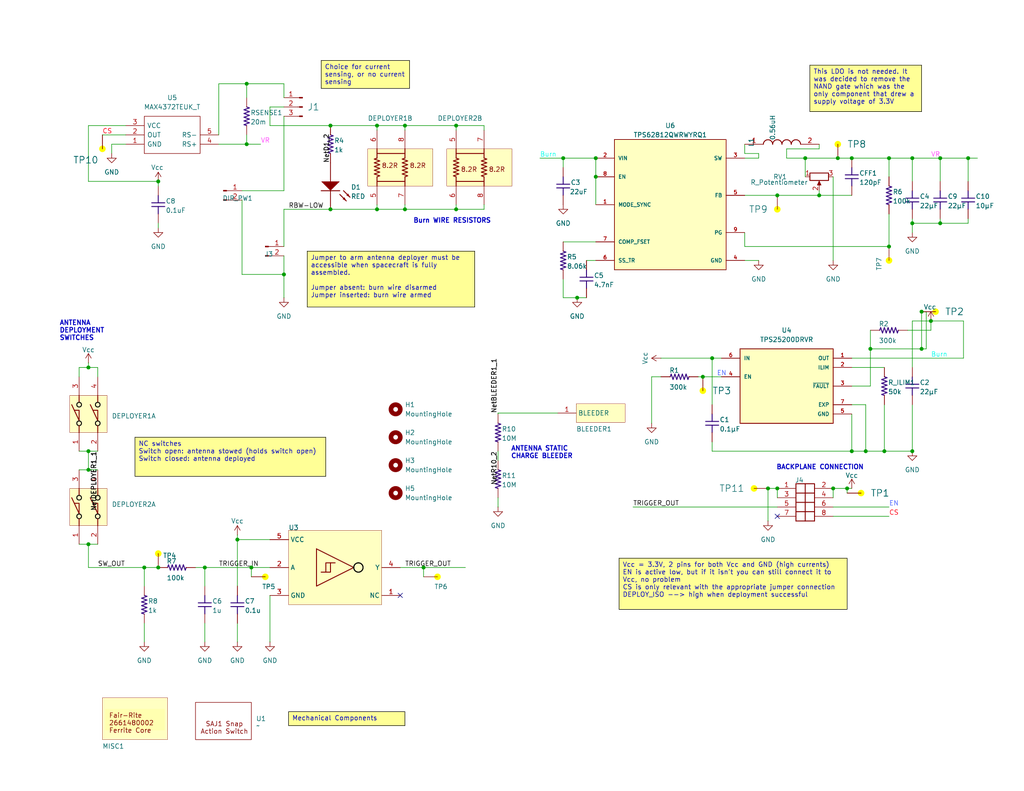
<source format=kicad_sch>
(kicad_sch (version 20231120) (generator "eeschema") (generator_version "8.0")
  (paper "USLetter")
  (title_block (title "Sanket") (date "2024-09-11") (rev "1.0") (company "Student Satellite Program") (comment 1 "Author : Tanish Raghute"))
  (junction (at 231.14 133.35))
  (junction (at 24.13 148.59))
  (junction (at 90.17 57.15))
  (junction (at 43.18 154.94))
  (junction (at 248.92 123.19))
  (junction (at 212.09 53.34))
  (junction (at 67.31 22.86))
  (junction (at 64.77 147.32))
  (junction (at 227.33 133.35))
  (junction (at 77.47 74.93))
  (junction (at 241.3 123.19))
  (junction (at 24.13 123.19))
  (junction (at 251.46 85.09))
  (junction (at 162.56 43.18))
  (junction (at 68.58 154.94))
  (junction (at 55.88 154.94))
  (junction (at 110.49 57.15))
  (junction (at 191.77 102.87))
  (junction (at 242.57 67.31))
  (junction (at 242.57 43.18))
  (junction (at 232.41 123.19))
  (junction (at 223.52 53.34))
  (junction (at 90.17 34.29))
  (junction (at 162.56 48.26))
  (junction (at 232.41 43.18))
  (junction (at 43.18 49.53))
  (junction (at 256.54 60.96))
  (junction (at 157.48 81.28))
  (junction (at 219.71 43.18))
  (junction (at 248.92 43.18))
  (junction (at 102.87 34.29))
  (junction (at 110.49 34.29))
  (junction (at 24.13 128.27))
  (junction (at 251.46 95.25))
  (junction (at 115.57 154.94))
  (junction (at 254 87.63))
  (junction (at 39.37 154.94))
  (junction (at 153.67 43.18))
  (junction (at 124.46 57.15))
  (junction (at 228.6 43.18))
  (junction (at 248.92 60.96))
  (junction (at 194.31 97.79))
  (junction (at 67.31 39.37))
  (junction (at 212.09 133.35))
  (junction (at 264.16 43.18))
  (junction (at 209.55 133.35))
  (junction (at 102.87 57.15))
  (junction (at 124.46 34.29))
  (junction (at 236.22 123.19))
  (junction (at 256.54 43.18))
  (junction (at 24.13 100.33))
  (junction (at 237.49 95.25))
  (no_connect (at 212.09 140.97))
  (no_connect (at 109.22 162.56))
  (wire (pts (xy 203.2 67.31) (xy 242.57 67.31)))
  (wire (pts (xy 24.13 99.06) (xy 24.13 100.33)))
  (wire (pts (xy 231.14 133.35) (xy 232.41 133.35)))
  (wire (pts (xy 236.22 123.19) (xy 241.3 123.19)))
  (wire (pts (xy 24.13 49.53) (xy 43.18 49.53)))
  (wire (pts (xy 64.77 160.02) (xy 64.77 147.32)))
  (wire (pts (xy 135.89 112.776) (xy 152.146 112.776)))
  (wire (pts (xy 77.47 31.75) (xy 77.47 52.07)))
  (wire (pts (xy 53.34 154.94) (xy 55.88 154.94)))
  (wire (pts (xy 24.13 123.19) (xy 26.67 123.19)))
  (wire (pts (xy 160.02 71.12) (xy 162.56 71.12)))
  (wire (pts (xy 77.47 74.93) (xy 77.47 81.28)))
  (wire (pts (xy 43.18 50.8) (xy 43.18 49.53)))
  (wire (pts (xy 248.92 87.63) (xy 254 87.63)))
  (wire (pts (xy 153.67 76.2) (xy 153.67 81.28)))
  (wire (pts (xy 73.66 29.21) (xy 77.47 29.21)))
  (wire (pts (xy 227.33 135.89) (xy 227.33 133.35)))
  (wire (pts (xy 73.66 34.29) (xy 73.66 29.21)))
  (wire (pts (xy 232.41 123.19) (xy 236.22 123.19)))
  (wire (pts (xy 21.59 148.59) (xy 24.13 148.59)))
  (wire (pts (xy 110.49 35.56) (xy 110.49 34.29)))
  (wire (pts (xy 21.59 100.33) (xy 24.13 100.33)))
  (wire (pts (xy 237.49 95.25) (xy 251.46 95.25)))
  (wire (pts (xy 247.65 90.17) (xy 254 90.17)))
  (wire (pts (xy 214.63 43.18) (xy 219.71 43.18)))
  (wire (pts (xy 219.71 43.18) (xy 219.71 48.26)))
  (wire (pts (xy 66.04 74.93) (xy 77.47 74.93)))
  (wire (pts (xy 59.69 39.37) (xy 67.31 39.37)))
  (wire (pts (xy 24.13 128.27) (xy 26.67 128.27)))
  (wire (pts (xy 232.41 100.33) (xy 241.3 100.33)))
  (wire (pts (xy 24.13 148.59) (xy 26.67 148.59)))
  (wire (pts (xy 212.09 133.35) (xy 212.09 135.89)))
  (wire (pts (xy 227.33 133.35) (xy 231.14 133.35)))
  (wire (pts (xy 248.92 87.63) (xy 248.92 100.33)))
  (wire (pts (xy 90.17 34.29) (xy 102.87 34.29)))
  (wire (pts (xy 110.49 34.29) (xy 124.46 34.29)))
  (wire (pts (xy 24.13 154.94) (xy 39.37 154.94)))
  (wire (pts (xy 21.59 123.19) (xy 24.13 123.19)))
  (wire (pts (xy 231.14 133.35) (xy 231.14 134.62)))
  (wire (pts (xy 248.92 43.18) (xy 256.54 43.18)))
  (wire (pts (xy 203.2 53.34) (xy 212.09 53.34)))
  (wire (pts (xy 77.47 57.15) (xy 77.47 67.31)))
  (wire (pts (xy 102.87 35.56) (xy 102.87 34.29)))
  (wire (pts (xy 153.67 43.18) (xy 162.56 43.18)))
  (wire (pts (xy 256.54 59.69) (xy 256.54 60.96)))
  (wire (pts (xy 264.16 59.69) (xy 264.16 60.96)))
  (wire (pts (xy 132.08 34.29) (xy 132.08 35.56)))
  (wire (pts (xy 115.57 157.48) (xy 115.57 154.94)))
  (wire (pts (xy 30.48 39.37) (xy 30.48 41.91)))
  (wire (pts (xy 135.89 113.03) (xy 135.89 112.776)))
  (wire (pts (xy 227.33 140.97) (xy 242.57 140.97)))
  (wire (pts (xy 203.2 63.5) (xy 203.2 67.31)))
  (wire (pts (xy 68.58 154.94) (xy 73.66 154.94)))
  (wire (pts (xy 147.32 43.18) (xy 153.67 43.18)))
  (wire (pts (xy 21.59 128.27) (xy 24.13 128.27)))
  (wire (pts (xy 102.87 34.29) (xy 110.49 34.29)))
  (wire (pts (xy 227.33 138.43) (xy 242.57 138.43)))
  (wire (pts (xy 64.77 147.32) (xy 73.66 147.32)))
  (wire (pts (xy 194.31 97.79) (xy 196.85 97.79)))
  (wire (pts (xy 264.16 43.18) (xy 264.16 49.53)))
  (wire (pts (xy 43.18 62.23) (xy 43.18 60.96)))
  (wire (pts (xy 194.31 120.65) (xy 194.31 123.19)))
  (wire (pts (xy 64.77 170.18) (xy 64.77 175.26)))
  (wire (pts (xy 24.13 123.19) (xy 24.13 128.27)))
  (wire (pts (xy 55.88 154.94) (xy 55.88 160.02)))
  (wire (pts (xy 241.3 110.49) (xy 241.3 123.19)))
  (wire (pts (xy 59.69 22.86) (xy 67.31 22.86)))
  (wire (pts (xy 191.77 102.87) (xy 196.85 102.87)))
  (wire (pts (xy 237.49 95.25) (xy 237.49 105.41)))
  (wire (pts (xy 153.67 66.04) (xy 162.56 66.04)))
  (wire (pts (xy 124.46 34.29) (xy 132.08 34.29)))
  (wire (pts (xy 68.58 157.48) (xy 68.58 154.94)))
  (wire (pts (xy 232.41 105.41) (xy 237.49 105.41)))
  (wire (pts (xy 26.67 100.33) (xy 26.67 102.87)))
  (wire (pts (xy 194.31 123.19) (xy 232.41 123.19)))
  (wire (pts (xy 219.71 43.18) (xy 228.6 43.18)))
  (wire (pts (xy 242.57 43.18) (xy 248.92 43.18)))
  (wire (pts (xy 59.69 22.86) (xy 59.69 36.83)))
  (wire (pts (xy 232.41 113.03) (xy 232.41 123.19)))
  (wire (pts (xy 67.31 39.37) (xy 71.12 39.37)))
  (wire (pts (xy 248.92 43.18) (xy 248.92 49.53)))
  (wire (pts (xy 153.67 43.18) (xy 153.67 45.72)))
  (wire (pts (xy 24.13 34.29) (xy 24.13 49.53)))
  (wire (pts (xy 102.87 55.88) (xy 102.87 57.15)))
  (wire (pts (xy 24.13 148.59) (xy 24.13 154.94)))
  (wire (pts (xy 73.66 34.29) (xy 90.17 34.29)))
  (wire (pts (xy 232.41 43.18) (xy 242.57 43.18)))
  (wire (pts (xy 67.31 22.86) (xy 77.47 22.86)))
  (wire (pts (xy 203.2 71.12) (xy 207.01 71.12)))
  (wire (pts (xy 227.33 48.26) (xy 227.33 71.12)))
  (wire (pts (xy 190.5 102.87) (xy 191.77 102.87)))
  (wire (pts (xy 207.01 43.18) (xy 207.01 41.91)))
  (wire (pts (xy 39.37 170.18) (xy 39.37 175.26)))
  (wire (pts (xy 124.46 57.15) (xy 132.08 57.15)))
  (wire (pts (xy 27.94 36.83) (xy 34.29 36.83)))
  (wire (pts (xy 242.57 43.18) (xy 242.57 48.26)))
  (wire (pts (xy 157.48 81.28) (xy 160.02 81.28)))
  (wire (pts (xy 55.88 154.94) (xy 68.58 154.94)))
  (wire (pts (xy 115.57 154.94) (xy 127 154.94)))
  (wire (pts (xy 77.47 22.86) (xy 77.47 26.67)))
  (wire (pts (xy 124.46 57.15) (xy 124.46 55.88)))
  (wire (pts (xy 21.59 102.87) (xy 21.59 100.33)))
  (wire (pts (xy 232.41 110.49) (xy 236.22 110.49)))
  (wire (pts (xy 254 90.17) (xy 254 87.63)))
  (wire (pts (xy 248.92 110.49) (xy 248.92 123.19)))
  (wire (pts (xy 256.54 43.18) (xy 264.16 43.18)))
  (wire (pts (xy 34.29 39.37) (xy 30.48 39.37)))
  (wire (pts (xy 264.16 43.18) (xy 266.7 43.18)))
  (wire (pts (xy 241.3 123.19) (xy 248.92 123.19)))
  (wire (pts (xy 248.92 60.96) (xy 248.92 63.5)))
  (wire (pts (xy 77.47 52.07) (xy 66.04 52.07)))
  (wire (pts (xy 242.57 58.42) (xy 242.57 67.31)))
  (wire (pts (xy 251.46 95.25) (xy 251.46 85.09)))
  (wire (pts (xy 251.46 95.25) (xy 252.73 95.25)))
  (wire (pts (xy 39.37 154.94) (xy 39.37 160.02)))
  (wire (pts (xy 223.52 40.64) (xy 223.52 39.37)))
  (wire (pts (xy 90.17 57.15) (xy 77.47 57.15)))
  (wire (pts (xy 124.46 34.29) (xy 124.46 35.56)))
  (wire (pts (xy 109.22 154.94) (xy 115.57 154.94)))
  (wire (pts (xy 262.89 97.79) (xy 262.89 87.63)))
  (wire (pts (xy 177.8 102.87) (xy 180.34 102.87)))
  (wire (pts (xy 252.73 95.25) (xy 252.73 85.09)))
  (wire (pts (xy 90.17 57.15) (xy 102.87 57.15)))
  (wire (pts (xy 180.34 97.79) (xy 194.31 97.79)))
  (wire (pts (xy 64.77 146.05) (xy 64.77 147.32)))
  (wire (pts (xy 256.54 43.18) (xy 256.54 49.53)))
  (wire (pts (xy 55.88 170.18) (xy 55.88 175.26)))
  (wire (pts (xy 256.54 60.96) (xy 248.92 60.96)))
  (wire (pts (xy 39.37 154.94) (xy 43.18 154.94)))
  (wire (pts (xy 203.2 41.91) (xy 203.2 39.37)))
  (wire (pts (xy 203.2 43.18) (xy 207.01 43.18)))
  (wire (pts (xy 66.04 54.61) (xy 66.04 74.93)))
  (wire (pts (xy 162.56 48.26) (xy 162.56 55.88)))
  (wire (pts (xy 207.01 41.91) (xy 203.2 41.91)))
  (wire (pts (xy 228.6 43.18) (xy 232.41 43.18)))
  (wire (pts (xy 209.55 142.24) (xy 209.55 133.35)))
  (wire (pts (xy 177.8 102.87) (xy 177.8 115.57)))
  (wire (pts (xy 77.47 69.85) (xy 77.47 74.93)))
  (wire (pts (xy 110.49 57.15) (xy 124.46 57.15)))
  (wire (pts (xy 132.08 57.15) (xy 132.08 55.88)))
  (wire (pts (xy 214.63 40.64) (xy 223.52 40.64)))
  (wire (pts (xy 223.52 53.34) (xy 232.41 53.34)))
  (wire (pts (xy 162.56 43.18) (xy 162.56 48.26)))
  (wire (pts (xy 236.22 110.49) (xy 236.22 123.19)))
  (wire (pts (xy 232.41 97.79) (xy 262.89 97.79)))
  (wire (pts (xy 212.09 53.34) (xy 223.52 53.34)))
  (wire (pts (xy 248.92 59.69) (xy 248.92 60.96)))
  (wire (pts (xy 254 87.63) (xy 262.89 87.63)))
  (wire (pts (xy 135.89 135.89) (xy 135.89 138.43)))
  (wire (pts (xy 73.66 175.26) (xy 73.66 162.56)))
  (wire (pts (xy 209.55 133.35) (xy 212.09 133.35)))
  (wire (pts (xy 223.52 52.07) (xy 223.52 53.34)))
  (wire (pts (xy 153.67 81.28) (xy 157.48 81.28)))
  (wire (pts (xy 264.16 60.96) (xy 256.54 60.96)))
  (wire (pts (xy 67.31 36.83) (xy 67.31 39.37)))
  (wire (pts (xy 110.49 57.15) (xy 110.49 55.88)))
  (wire (pts (xy 194.31 97.79) (xy 194.31 110.49)))
  (wire (pts (xy 172.72 138.43) (xy 212.09 138.43)))
  (wire (pts (xy 24.13 100.33) (xy 26.67 100.33)))
  (wire (pts (xy 135.89 123.19) (xy 135.89 125.73)))
  (wire (pts (xy 34.29 34.29) (xy 24.13 34.29)))
  (wire (pts (xy 102.87 57.15) (xy 110.49 57.15)))
  (wire (pts (xy 214.63 43.18) (xy 214.63 40.64)))
  (wire (pts (xy 67.31 26.67) (xy 67.31 22.86)))
  (wire (pts (xy 237.49 90.17) (xy 237.49 95.25)))
  (wire (pts (xy 252.73 85.09) (xy 251.46 85.09)))
  (text_box "ANTENNA STATIC\nCHARGE BLEEDER" (at 138.43 120.65 0) (size 31.75 5.08) (stroke (width -0.0001) (color 0 0 0 1)) (effects (font (size 1.27 1.27) (bold yes)) (justify left top)))
  (text_box "This LDO is not needed. It was decided to remove the NAND gate which was the only component that drew a supply voltage of 3.3V" (at 220.98 17.78 0) (size 30.48 12.7) (stroke (width 0) (color 0 0 0 1)) (fill (type color) (color 255 255 150 1)) (effects (font (size 1.27 1.27)) (justify left top)))
  (text_box "Burn WIRE RESISTORS" (at 111.76 58.42 0) (size 44.45 2.54) (stroke (width -0.0001) (color 0 0 0 1)) (effects (font (size 1.27 1.27) (bold yes)) (justify left top)))
  (text_box "Mechanical Components" (at 78.74 194.31 0) (size 31.75 3.81) (stroke (width 0) (color 0 0 0 1)) (fill (type color) (color 255 255 150 1)) (effects (font (size 1.27 1.27)) (justify left top)))
  (text_box "ANTENNA\nDEPLOYMENT\nSWITCHES" (at 31.75 86.36 0) (size -16.51 7.62) (stroke (width -0.0001) (color 0 0 0 1)) (effects (font (size 1.27 1.27) (bold yes)) (justify left top)))
  (text_box "NC switches\nSwitch open: antenna stowed (holds switch open)\nSwitch closed: antenna deployed" (at 36.83 119.38 0) (size 52.07 10.668) (stroke (width 0) (color 0 0 0 1)) (fill (type color) (color 255 255 150 1)) (effects (font (size 1.27 1.27)) (justify left top)))
  (text_box "Vcc = 3.3V, 2 pins for both Vcc and GND (high currents)\nEN is active low, but if it isn't you can still connect it to Vcc, no problem\nCS is only relevant with the appropriate jumper connection\nDEPLOY_ISO --> high when deployment successful" (at 168.91 152.4 0) (size 62.23 13.97) (stroke (width 0) (color 0 0 0 1)) (fill (type color) (color 255 255 150 1)) (effects (font (size 1.27 1.27)) (justify left top)))
  (text_box "BACKPLANE CONNECTION" (at 210.82 125.73 0) (size 31.75 2.54) (stroke (width -0.0001) (color 0 0 0 1)) (effects (font (size 1.27 1.27) (bold yes)) (justify left top)))
  (text_box "Choice for current sensing, or no current sensing" (at 87.63 16.51 0) (size 24.13 7.62) (stroke (width 0) (color 0 0 0 1)) (fill (type color) (color 255 255 150 1)) (effects (font (size 1.27 1.27)) (justify left top)))
  (text_box "Jumper to arm antenna deployer must be accessible when spacecraft is fully assembled.\n\nJumper absent: burn wire disarmed  \nJumper inserted: burn wire armed\n" (at 83.82 68.58 0) (size 45.72 15.24) (stroke (width 0) (color 0 0 0 1)) (fill (type color) (color 255 255 150 1)) (effects (font (size 1.27 1.27)) (justify left top)))
  (label "TRIGGER_OUT" (at 110.49 154.94 0))
  (label "CS" (at 242.57 140.97 0))
  (label "NetR10_2" (at 135.89 123.19 270))
  (label "EN" (at 195.58 102.87 0))
  (label "VR" (at 254 43.18 0))
  (label "CS" (at 27.94 36.83 0))
  (label "RBW-LOW" (at 78.74 57.15 0))
  (label "Burn" (at 147.32 43.18 0))
  (label "TRIGGER_IN" (at 59.69 154.94 0))
  (label "NetDEPLOYER1_1" (at 26.67 123.19 270))
  (label "NetD1_2" (at 90.17 44.45 90))
  (label "TRIGGER_OUT" (at 172.72 138.43 0))
  (label "Burn" (at 254 97.79 0))
  (label "NetDEPLOYER1_1" (at 26.67 123.19 270))
  (label "NetBLEEDER1_1" (at 135.89 112.776 90))
  (label "SW_OUT" (at 26.67 154.94 0))
  (label "EN" (at 242.57 138.43 0))
  (label "VR" (at 71.12 39.37 0))
  (label "NetBLEEDER1_1" (at 135.89 112.776 90))
  (label "NetDEPLOYER1_1" (at 26.67 123.19 270))
  (label "NetD1_2" (at 90.17 44.45 90))
  (label "NetDEPLOYER1_1" (at 26.67 123.19 270))
  (label "NetR10_2" (at 135.89 123.19 270))
  (symbol (lib_id "sanket 4.0-altium-import:root_0_MISC-TP-SURF") (at 119.38 157.48 0) (unit 1)
    (property "Reference" "TP6" (at 118.491 160.909 0) (effects (justify left bottom)))
    (property "Value" "Test points" (effects (hide yes)))
    (property "Footprint" "antenna:MISC-TP-SURF" (effects (hide yes)))
  )
  (symbol (lib_id "sanket 4.0-altium-import:root_0_MECH-Antenna-Deployer-Tab") (at 121.92 55.88 0) (unit 2)
    (property "Reference" "DEPLOYER2" (at 119.38 33.02 0) (effects (justify left bottom)))
    (property "Footprint" "antenna:MECH-DEPLOYER-CENTRE" (effects (hide yes)))
  )
  (symbol (lib_id "Mechanical:MountingHole") (at 107.95 111.76 0) (unit 1) (exclude_from_sim yes) (in_bom no)
    (property "Reference" "H1" (at 110.49 110.4899 0) (effects (justify left)))
    (property "Value" "MountingHole" (at 110.49 113.0299 0) (effects (justify left)))
    (property "Footprint" "MountingHole:MountingHole_3.2mm_M3" (effects (hide yes)))
    (property "Description" "Mounting Hole without connection" (effects (hide yes)))
  )
  (symbol (lib_id "Mechanical:MountingHole") (at 107.95 119.38 0) (unit 1) (exclude_from_sim yes) (in_bom no)
    (property "Reference" "H2" (at 110.49 118.1099 0) (effects (justify left)))
    (property "Value" "MountingHole" (at 110.49 120.6499 0) (effects (justify left)))
    (property "Footprint" "MountingHole:MountingHole_3.2mm_M3" (effects (hide yes)))
    (property "Description" "Mounting Hole without connection" (effects (hide yes)))
  )
  (symbol (lib_id "sanket 4.0-altium-import:root_1_MISC-TP-SURF") (at 43.18 151.13 0) (unit 1)
    (property "Reference" "TP4" (at 44.45 152.4 0) (effects (justify left bottom)))
    (property "Value" "Test points" (effects (hide yes)))
    (property "Footprint" "antenna:MISC-TP-SURF" (effects (hide yes)))
  )
  (symbol (lib_id "TPS25200DRVR:TPS25200DRVR") (at 214.63 105.41 0) (unit 1)
    (property "Reference" "U4" (at 214.63 90.17 0))
    (property "Value" "TPS25200DRVR" (at 214.63 92.71 0))
    (property "Footprint" "TPS25200DRVR footprint symbol:SON65P200X200X80-7N" (effects (hide yes)))
    (property "DigiKey_Part_Number" "296-37842-2-ND" (effects (hide yes)))
    (property "MF" "Texas Instruments" (effects (hide yes)))
    (property "MAXIMUM_PACKAGE_HEIGHT" "0.8 mm" (effects (hide yes)))
    (property "Package" "WSON-6 Texas Instruments" (effects (hide yes)))
    (property "Check_prices" "https://www.snapeda.com/parts/TPS25200DRVR/Texas+Instruments/view-part/?ref=eda" (effects (hide yes)))
    (property "STANDARD" "IPC 7351B" (effects (hide yes)))
    (property "PARTREV" "D" (effects (hide yes)))
    (property "SnapEDA_Link" "https://www.snapeda.com/parts/TPS25200DRVR/Texas+Instruments/view-part/?ref=snap" (effects (hide yes)))
    (property "MP" "TPS25200DRVR" (effects (hide yes)))
    (property "Purchase-URL" "https://www.snapeda.com/api/url_track_click_mouser/?unipart_id=549236&manufacturer=Texas Instruments&part_name=TPS25200DRVR&search_term=tps25200drvr" (effects (hide yes)))
    (property "Description_1" "\n2.5-V to 6.5-V, 60mΩ, 0.085-2.9A eFuse with reverse current blocking when off\n" (effects (hide yes)))
    (property "MANUFACTURER" "Texas Instruments" (effects (hide yes)))
    (property "Price" "None" (effects (hide yes)))
    (property "Availability" "In Stock" (effects (hide yes)))
  )
  (symbol (lib_id "power:GND") (at 135.89 138.43 0) (unit 1)
    (property "Reference" "#PWR019" (effects (hide yes)))
    (property "Value" "GND" (at 135.89 143.51 0))
    (property "Description" "Power symbol creates a global label with name \"GND\" , ground" (effects (hide yes)))
  )
  (symbol (lib_id "power:VCC") (at 64.77 146.05 0) (mirror y) (unit 1)
    (property "Reference" "#PWR0119" (effects (hide yes)))
    (property "Value" "Vcc" (at 64.77 142.24 0))
    (property "Description" "Power symbol creates a global label with name \"VCC\"" (effects (hide yes)))
  )
  (symbol (lib_id "power:GND") (at 227.33 71.12 0) (unit 1)
    (property "Reference" "#PWR014" (effects (hide yes)))
    (property "Value" "GND" (at 227.33 76.2 0))
    (property "Description" "Power symbol creates a global label with name \"GND\" , ground" (effects (hide yes)))
  )
  (symbol (lib_id "sanket 4.0-altium-import:root_1_CAP-CER-4.7u-10V") (at 160.02 76.2 0) (unit 1)
    (property "Reference" "C5" (at 162.052 75.946 0) (effects (justify left bottom)))
    (property "Value" "4.7nF" (at 162.052 78.486 0) (effects (justify left bottom)))
    (property "Footprint" "antenna:CAP-0603-KEMET" (effects (hide yes)))
    (property "Description" "±10% 10V Ceramic Capacitor X5R 0603 (1608 Metric)" (effects (hide yes)))
    (property "MANUFACTURER" "KEMET" (effects (hide yes)))
    (property "MANUFACTURER PART NUMBER" "C0603C475K8PACTU" (effects (hide yes)))
    (property "SUPPLIER 1" "Digi-Key" (effects (hide yes)))
    (property "SUPPLIER PART NUMBER 1" "399-5503-1-ND" (effects (hide yes)))
    (property "COMPONENTLINK1DESCRIPTION" "Datasheet" (effects (hide yes)))
    (property "COMPONENTLINK1URL" "https://www.kemet.com/en/us/capacitors/ceramic/product/C0603C475K8PACTU.html" (effects (hide yes)))
  )
  (symbol (lib_id "sanket 4.0-altium-import:root_1_RES-1k-1%") (at 39.37 165.1 0) (unit 1)
    (property "Reference" "R8" (at 40.386 164.846 0) (effects (justify left bottom)))
    (property "Value" "1k" (at 40.386 167.386 0) (effects (justify left bottom)))
    (property "Footprint" "antenna:RES_0603_Panasonic" (effects (hide yes)))
    (property "SUPPLIER PART NUMBER 1" "P1.00KHCT-ND" (effects (hide yes)))
  )
  (symbol (lib_id "Connector:Conn_01x02_Pin") (at 60.96 52.07 0) (unit 1)
    (property "Reference" "DIR_PW1" (at 60.706 54.864 0) (effects (justify left bottom)))
    (property "Value" "ARM_Header" (effects (hide yes)))
    (property "Footprint" "Connector_PinHeader_2.54mm:PinHeader_1x02_P2.54mm_Vertical" (effects (hide yes)))
    (property "Description" "Generic connector, single row, 01x02, script generated" (effects (hide yes)))
    (property "SUPPLIER PART NUMBER 1" "952-3231-ND" (effects (hide yes)))
  )
  (symbol (lib_id "sanket 4.0-altium-import:root_3_RES-10M-1%") (at 241.3 105.41 0) (unit 1)
    (property "Reference" "R_ILIM1" (at 242.316 105.156 0) (effects (justify left bottom)))
    (property "Value" "50k" (at 242.316 107.696 0) (effects (justify left bottom)))
    (property "Footprint" "antenna:RES_0603_Panasonic" (effects (hide yes)))
    (property "SUPPLIER PART NUMBER 1" "311-10.0MHRCT-ND" (effects (hide yes)))
  )
  (symbol (lib_id "sanket 4.0-altium-import:root_0_MISC-TP-SURF") (at 72.39 157.48 0) (unit 1)
    (property "Reference" "TP5" (at 71.501 160.909 0) (effects (justify left bottom)))
    (property "Value" "Test points" (effects (hide yes)))
    (property "Footprint" "antenna:MISC-TP-SURF" (effects (hide yes)))
  )
  (symbol (lib_id "antenna:MISC-TP-SURF") (at 234.95 134.62 0) (unit 1)
    (property "Reference" "TP1" (at 237.49 134.6199 0) (effects (font (size 1.8288 1.8288)) (justify left)))
    (property "Value" "Test points" (effects (hide yes)))
    (property "Footprint" "antenna:MISC-TP-SURF" (effects (hide yes)))
    (property "Description" "Surface test point" (effects (hide yes)))
  )
  (symbol (lib_id "power:GND") (at 77.47 81.28 0) (unit 1)
    (property "Reference" "#PWR06" (effects (hide yes)))
    (property "Value" "GND" (at 77.47 86.36 0))
    (property "Description" "Power symbol creates a global label with name \"GND\" , ground" (effects (hide yes)))
  )
  (symbol (lib_id "sanket 4.0-altium-import:root_1_RES-1k-1%") (at 67.31 31.75 0) (unit 1)
    (property "Reference" "RSENSE1" (at 68.326 31.496 0) (effects (justify left bottom)))
    (property "Value" "20m" (at 68.326 34.036 0) (effects (justify left bottom)))
    (property "Footprint" "antenna:RES_0603_Panasonic" (effects (hide yes)))
    (property "SUPPLIER PART NUMBER 1" "P1.00KHCT-ND" (effects (hide yes)))
  )
  (symbol (lib_id "sanket 4.0-altium-import:root_1_RES-1k-1%") (at 90.17 39.37 0) (unit 1)
    (property "Reference" "R4" (at 91.186 39.116 0) (effects (justify left bottom)))
    (property "Value" "1k" (at 91.186 41.656 0) (effects (justify left bottom)))
    (property "Footprint" "antenna:RES_0603_Panasonic" (effects (hide yes)))
    (property "SUPPLIER PART NUMBER 1" "P1.00KHCT-ND" (effects (hide yes)))
  )
  (symbol (lib_id "power:GND") (at 64.77 175.26 0) (unit 1)
    (property "Reference" "#PWR017" (effects (hide yes)))
    (property "Value" "GND" (at 64.77 180.34 0))
    (property "Description" "Power symbol creates a global label with name \"GND\" , ground" (effects (hide yes)))
  )
  (symbol (lib_id "sanket 4.0-altium-import:root_3_RES-10M-1%") (at 153.67 71.12 0) (unit 1)
    (property "Reference" "R5" (at 154.686 70.866 0) (effects (justify left bottom)))
    (property "Value" "8.06k" (at 154.686 73.406 0) (effects (justify left bottom)))
    (property "Footprint" "antenna:RES_0603_Panasonic" (effects (hide yes)))
    (property "SUPPLIER PART NUMBER 1" "311-10.0MHRCT-ND" (effects (hide yes)))
  )
  (symbol (lib_id "sanket 4.0-altium-import:root_1_MECH-Antenna Deployer") (at 21.59 123.19 0) (unit 1)
    (property "Reference" "DEPLOYER1" (at 30.48 114.3 0) (effects (justify left bottom)))
    (property "Footprint" "antenna:MECH-Deployer-Shield" (effects (hide yes)))
  )
  (symbol (lib_id "sanket 4.0-altium-import:root_1_CAP-CER-0.1u-16V") (at 64.77 165.1 0) (unit 1)
    (property "Reference" "C7" (at 66.802 164.846 0) (effects (justify left bottom)))
    (property "Value" "0.1u" (at 66.802 167.386 0) (effects (justify left bottom)))
    (property "Footprint" "antenna:CAP-0603-KEMET" (effects (hide yes)))
    (property "SUPPLIER PART NUMBER 1" "399-17393-1-ND" (effects (hide yes)))
  )
  (symbol (lib_id "antenna:MISC-TP-SURF") (at 255.27 85.09 0) (unit 1)
    (property "Reference" "TP2" (at 257.81 85.0899 0) (effects (font (size 1.8288 1.8288)) (justify left)))
    (property "Value" "Test points" (effects (hide yes)))
    (property "Footprint" "antenna:MISC-TP-SURF" (effects (hide yes)))
    (property "Description" "Surface test point" (effects (hide yes)))
  )
  (symbol (lib_id "sanket 4.0-altium-import:root_1_CAP-CER-0.1u-16V") (at 43.18 55.88 0) (unit 1)
    (property "Reference" "C8" (at 45.212 55.626 0) (effects (justify left bottom)))
    (property "Value" "0.1uF" (at 45.212 58.166 0) (effects (justify left bottom)))
    (property "Footprint" "antenna:CAP-0603-KEMET" (effects (hide yes)))
    (property "SUPPLIER PART NUMBER 1" "399-17393-1-ND" (effects (hide yes)))
  )
  (symbol (lib_id "power:VCC") (at 43.18 49.53 0) (unit 1)
    (property "Reference" "#PWR01" (effects (hide yes)))
    (property "Value" "Vcc" (at 42.926 45.72 0))
    (property "Description" "Power symbol creates a global label with name \"VCC\"" (effects (hide yes)))
  )
  (symbol (lib_id "power:GND") (at 248.92 63.5 0) (unit 1)
    (property "Reference" "#PWR07" (effects (hide yes)))
    (property "Value" "GND" (at 248.92 68.58 0))
    (property "Description" "Power symbol creates a global label with name \"GND\" , ground" (effects (hide yes)))
  )
  (symbol (lib_id "sanket 4.0-altium-import:root_0_RES-100k-1%") (at 48.26 154.94 0) (unit 1)
    (property "Reference" "R7" (at 45.466 153.924 0) (effects (justify left bottom)))
    (property "Value" "100k" (at 45.466 158.496 0) (effects (justify left bottom)))
    (property "Footprint" "antenna:RES_0603_Panasonic" (effects (hide yes)))
    (property "MANUFACTURER PART NUMBER" "ERJ3EKF1003V" (effects (hide yes)))
  )
  (symbol (lib_id "Connector:Conn_01x03_Pin") (at 82.55 29.21 0) (mirror y) (unit 1)
    (property "Reference" "J1" (at 83.82 29.2099 0) (effects (font (size 1.8288 1.8288)) (justify right)))
    (property "Value" "HEAD-RA-SMT-2.54mm-1x3" (effects (hide yes)))
    (property "Footprint" "Connector_PinHeader_2.54mm:PinHeader_1x03_P2.54mm_Vertical" (effects (hide yes)))
    (property "Description" "Generic connector, single row, 01x03, script generated" (effects (hide yes)))
    (property "Manufacturer" "Harwin Inc." (effects (hide yes)))
    (property "Manufacturer Part Number" "M20-8890345" (effects (hide yes)))
    (property "Supplier 1" "Digi-Key" (effects (hide yes)))
    (property "Supplier Part Number 1" "952-3232-ND" (effects (hide yes)))
    (property "ComponentLink1Description" "Datasheet" (effects (hide yes)))
    (property "ComponentLink1URL" "https://cdn.harwin.com/pdfs/M20-889.pdf" (effects (hide yes)))
  )
  (symbol (lib_id "Device:R_Potentiometer") (at 223.52 48.26 90) (mirror x) (unit 1)
    (property "Reference" "RV1" (at 212.852 48.26 90))
    (property "Value" "R_Potentiometer" (at 212.598 49.784 90))
    (property "Footprint" "Potentiometer_THT:Potentiometer_Runtron_RM-065_Vertical" (effects (hide yes)))
    (property "Description" "Potentiometer" (effects (hide yes)))
  )
  (symbol (lib_id "sanket 4.0-altium-import:root_0_MECH-BLEEDER") (at 162.306 112.776 0) (unit 1)
    (property "Reference" "BLEEDER1" (at 157.226 117.856 0) (effects (justify left bottom)))
    (property "Value" "Present (no need to buy)" (effects (hide yes)))
    (property "Footprint" "antenna:MISC-BLEEDER-PAD" (effects (hide yes)))
  )
  (symbol (lib_id "power:GND") (at 177.8 115.57 0) (unit 1)
    (property "Reference" "#PWR012" (effects (hide yes)))
    (property "Value" "GND" (at 177.8 120.65 0))
    (property "Description" "Power symbol creates a global label with name \"GND\" , ground" (effects (hide yes)))
  )
  (symbol (lib_id "sanket 4.0-altium-import:root_0_HEAD-2.54mm-2x4") (at 217.17 132.08 0) (unit 1)
    (property "Reference" "J4" (at 216.916 131.826 0) (effects (justify left bottom)))
    (property "Value" "Backplane" (effects (hide yes)))
    (property "Footprint" "antenna:HEAD_TSW-104-14-L-D" (effects (hide yes)))
    (property "SUPPLIER 1" "Digi-Key" (effects (hide yes)))
  )
  (symbol (lib_id "antenna:MISC-TP-SURF") (at 191.77 106.68 270) (unit 1)
    (property "Reference" "TP3" (at 194.31 106.6799 90) (effects (font (size 1.8288 1.8288)) (justify left)))
    (property "Value" "Test points" (effects (hide yes)))
    (property "Footprint" "antenna:MISC-TP-SURF" (effects (hide yes)))
    (property "Description" "Surface test point" (effects (hide yes)))
  )
  (symbol (lib_id "sanket 4.0-altium-import:root_3_RES-10M-1%") (at 242.57 53.34 0) (unit 1)
    (property "Reference" "R6" (at 243.586 53.086 0) (effects (justify left bottom)))
    (property "Value" "100k" (at 243.586 55.626 0) (effects (justify left bottom)))
    (property "Footprint" "antenna:RES_0603_Panasonic" (effects (hide yes)))
    (property "SUPPLIER PART NUMBER 1" "311-10.0MHRCT-ND" (effects (hide yes)))
  )
  (symbol (lib_id "antenna:MISC-TP-SURF") (at 205.74 133.35 0) (mirror y) (unit 1)
    (property "Reference" "TP11" (at 203.2 133.3499 0) (effects (font (size 1.8288 1.8288)) (justify left)))
    (property "Value" "Test points" (effects (hide yes)))
    (property "Footprint" "antenna:MISC-TP-SURF" (effects (hide yes)))
    (property "Description" "Surface test point" (effects (hide yes)))
  )
  (symbol (lib_id "power:GND") (at 73.66 175.26 0) (unit 1)
    (property "Reference" "#PWR018" (effects (hide yes)))
    (property "Value" "GND" (at 73.66 180.34 0))
    (property "Description" "Power symbol creates a global label with name \"GND\" , ground" (effects (hide yes)))
  )
  (symbol (lib_id "power:GND") (at 209.55 142.24 0) (unit 1)
    (property "Reference" "#PWR011" (effects (hide yes)))
    (property "Value" "GND" (at 209.55 147.32 0))
    (property "Description" "Power symbol creates a global label with name \"GND\" , ground" (effects (hide yes)))
  )
  (symbol (lib_id "sanket 4.0-altium-import:root_2_mirrored_MECH-Antenna Deployer") (at 100.33 35.56 0) (unit 2)
    (property "Reference" "DEPLOYER1" (at 100.33 33.02 0) (effects (justify left bottom)))
    (property "Footprint" "antenna:MECH-Deployer-Shield" (effects (hide yes)))
  )
  (symbol (lib_id "power:VCC") (at 254 87.63 0) (unit 1)
    (property "Reference" "#PWR010" (effects (hide yes)))
    (property "Value" "Vcc" (at 253.746 83.82 0))
    (property "Description" "Power symbol creates a global label with name \"VCC\"" (effects (hide yes)))
  )
  (symbol (lib_id "Mechanical:MountingHole") (at 107.95 134.62 0) (unit 1) (exclude_from_sim yes) (in_bom no)
    (property "Reference" "H5" (at 110.49 133.3499 0) (effects (justify left)))
    (property "Value" "MountingHole" (at 110.49 135.8899 0) (effects (justify left)))
    (property "Footprint" "MountingHole:MountingHole_3.2mm_M3" (effects (hide yes)))
    (property "Description" "Mounting Hole without connection" (effects (hide yes)))
  )
  (symbol (lib_id "power:GND") (at 39.37 175.26 0) (unit 1)
    (property "Reference" "#PWR09" (effects (hide yes)))
    (property "Value" "GND" (at 39.37 180.34 0))
    (property "Description" "Power symbol creates a global label with name \"GND\" , ground" (effects (hide yes)))
  )
  (symbol (lib_id "sanket 4.0-altium-import:root_0_RES-0R-JUMPER-0603") (at 242.57 90.17 0) (unit 1)
    (property "Reference" "R2" (at 239.776 89.154 0) (effects (justify left bottom)))
    (property "Value" "300k" (at 239.776 93.726 0) (effects (justify left bottom)))
    (property "Footprint" "antenna:RES_0603_Panasonic" (effects (hide yes)))
    (property "SUPPLIER PART NUMBER 1" "P0.0GCT-ND" (effects (hide yes)))
  )
  (symbol (lib_id "Mechanical:MountingHole") (at 107.95 127 0) (unit 1) (exclude_from_sim yes) (in_bom no)
    (property "Reference" "H3" (at 110.49 125.7299 0) (effects (justify left)))
    (property "Value" "MountingHole" (at 110.49 128.2699 0) (effects (justify left)))
    (property "Footprint" "MountingHole:MountingHole_3.2mm_M3" (effects (hide yes)))
    (property "Description" "Mounting Hole without connection" (effects (hide yes)))
  )
  (symbol (lib_id "power:GND") (at 43.18 62.23 0) (unit 1)
    (property "Reference" "#PWR02" (effects (hide yes)))
    (property "Value" "GND" (at 43.18 67.31 0))
    (property "Description" "Power symbol creates a global label with name \"GND\" , ground" (effects (hide yes)))
  )
  (symbol (lib_id "sanket 4.0-altium-import:root_3_RES-10M-1%") (at 135.89 130.81 0) (unit 1)
    (property "Reference" "R11" (at 136.906 130.556 0) (effects (justify left bottom)))
    (property "Value" "10M" (at 136.906 133.096 0) (effects (justify left bottom)))
    (property "Footprint" "antenna:RES_0603_Panasonic" (effects (hide yes)))
    (property "SUPPLIER PART NUMBER 1" "311-10.0MHRCT-ND" (effects (hide yes)))
  )
  (symbol (lib_id "TPS25200DRVR:MISC-DEPLOYMENT-SWITCH") (at 60.96 194.31 0) (unit 1)
    (property "Reference" "U1" (at 69.85 196.2149 0) (effects (justify left)))
    (property "Value" "~" (at 69.85 198.12 0) (effects (justify left)))
  )
  (symbol (lib_id "sanket 4.0-altium-import:root_0_MISC-FERRITE") (at 36.83 198.12 0) (unit 1)
    (property "Reference" "MISC1" (at 27.94 204.47 0) (effects (justify left bottom)))
    (property "Value" "Ferrite bead" (effects (hide yes)))
    (property "Footprint" "antenna:MISC-FERRITE-2661480002" (effects (hide yes)))
    (property "SUPPLIER PART NUMBER 1" "1934-1241-ND" (effects (hide yes)))
  )
  (symbol (lib_id "sanket 4.0-altium-import:root_3_LED-RED") (at 92.71 49.53 0) (unit 1)
    (property "Reference" "D1" (at 95.758 51.816 0) (effects (justify left bottom)))
    (property "Value" "RED" (at 95.758 54.356 0) (effects (justify left bottom)))
    (property "Footprint" "antenna:LED_0603_150060RS75000" (effects (hide yes)))
    (property "SUPPLIER PART NUMBER 1" "732-4978-1-ND" (effects (hide yes)))
  )
  (symbol (lib_id "antenna:MISC-TP-SURF") (at 228.6 39.37 270) (mirror x) (unit 1)
    (property "Reference" "TP8" (at 231.14 39.3701 90) (effects (font (size 1.8288 1.8288)) (justify left)))
    (property "Value" "Test points" (effects (hide yes)))
    (property "Footprint" "antenna:MISC-TP-SURF" (effects (hide yes)))
    (property "Description" "Surface test point" (effects (hide yes)))
  )
  (symbol (lib_id "power:VCC") (at 24.13 99.06 0) (mirror y) (unit 1)
    (property "Reference" "#PWR0101" (effects (hide yes)))
    (property "Value" "Vcc" (at 24.13 95.504 0))
    (property "Description" "Power symbol creates a global label with name \"VCC\"" (effects (hide yes)))
  )
  (symbol (lib_id "sanket 4.0-altium-import:root_3_RES-10M-1%") (at 135.89 118.11 0) (unit 1)
    (property "Reference" "R10" (at 136.906 117.856 0) (effects (justify left bottom)))
    (property "Value" "10M" (at 136.906 120.396 0) (effects (justify left bottom)))
    (property "Footprint" "antenna:RES_0603_Panasonic" (effects (hide yes)))
    (property "SUPPLIER PART NUMBER 1" "311-10.0MHRCT-ND" (effects (hide yes)))
  )
  (symbol (lib_id "power:GND") (at 153.67 55.88 0) (unit 1)
    (property "Reference" "#PWR08" (effects (hide yes)))
    (property "Value" "GND" (at 153.67 60.96 0))
    (property "Description" "Power symbol creates a global label with name \"GND\" , ground" (effects (hide yes)))
  )
  (symbol (lib_id "sanket 4.0-altium-import:root_0_IC-SN74LVC1G14QDCKRQ1") (at 73.66 165.1 0) (unit 1)
    (property "Reference" "U3" (at 78.74 144.78 0) (effects (justify left bottom)))
    (property "Value" "SN74LVC1G17QDCKRQ1" (effects (hide yes)))
    (property "Footprint" "antenna:IC_SC70-5" (effects (hide yes)))
    (property "COMPONENTLINK1URL" "http://www.ti.com/lit/ds/symlink/sn74lvc1g14-q1.pdf?src-supplier=Digi-Key" (effects (hide yes)))
  )
  (symbol (lib_id "sanket 4.0-altium-import:root_1_CAP-CER-0.1u-16V") (at 194.31 115.57 0) (unit 1)
    (property "Reference" "C1" (at 196.342 115.316 0) (effects (justify left bottom)))
    (property "Value" "0.1µF" (at 196.342 117.856 0) (effects (justify left bottom)))
    (property "Footprint" "antenna:CAP-0603-KEMET" (effects (hide yes)))
    (property "SUPPLIER PART NUMBER 1" "399-17393-1-ND" (effects (hide yes)))
  )
  (symbol (lib_id "sanket 4.0-altium-import:root_1_CAP-CER-4.7u-10V") (at 232.41 48.26 0) (unit 1)
    (property "Reference" "CFF1" (at 234.442 48.006 0) (effects (justify left bottom)))
    (property "Value" "120pF" (at 234.442 50.546 0) (effects (justify left bottom)))
    (property "Footprint" "antenna:CAP-0603-KEMET" (effects (hide yes)))
    (property "Description" "±10% 10V Ceramic Capacitor X5R 0603 (1608 Metric)" (effects (hide yes)))
    (property "MANUFACTURER" "KEMET" (effects (hide yes)))
    (property "MANUFACTURER PART NUMBER" "C0603C475K8PACTU" (effects (hide yes)))
    (property "SUPPLIER 1" "Digi-Key" (effects (hide yes)))
    (property "SUPPLIER PART NUMBER 1" "399-5503-1-ND" (effects (hide yes)))
    (property "COMPONENTLINK1DESCRIPTION" "Datasheet" (effects (hide yes)))
    (property "COMPONENTLINK1URL" "https://www.kemet.com/en/us/capacitors/ceramic/product/C0603C475K8PACTU.html" (effects (hide yes)))
  )
  (symbol (lib_id "power:GND") (at 207.01 71.12 0) (unit 1)
    (property "Reference" "#PWR015" (effects (hide yes)))
    (property "Value" "GND" (at 207.01 76.2 0))
    (property "Description" "Power symbol creates a global label with name \"GND\" , ground" (effects (hide yes)))
  )
  (symbol (lib_id "sanket 4.0-altium-import:root_1_CAP-CER-4.7u-10V") (at 264.16 54.61 0) (unit 1)
    (property "Reference" "C10" (at 266.192 54.356 0) (effects (justify left bottom)))
    (property "Value" "10µF" (at 266.192 56.896 0) (effects (justify left bottom)))
    (property "Footprint" "antenna:CAP-0603-KEMET" (effects (hide yes)))
    (property "Description" "±10% 10V Ceramic Capacitor X5R 0603 (1608 Metric)" (effects (hide yes)))
    (property "MANUFACTURER" "KEMET" (effects (hide yes)))
    (property "MANUFACTURER PART NUMBER" "C0603C475K8PACTU" (effects (hide yes)))
    (property "SUPPLIER 1" "Digi-Key" (effects (hide yes)))
    (property "SUPPLIER PART NUMBER 1" "399-5503-1-ND" (effects (hide yes)))
    (property "COMPONENTLINK1DESCRIPTION" "Datasheet" (effects (hide yes)))
    (property "COMPONENTLINK1URL" "https://www.kemet.com/en/us/capacitors/ceramic/product/C0603C475K8PACTU.html" (effects (hide yes)))
  )
  (symbol (lib_id "MAX4372HEUK+T:MAX4372HEUK+T") (at 34.29 39.37 0) (mirror x) (unit 1)
    (property "Reference" "U5" (at 46.99 26.67 0))
    (property "Value" "MAX4372TEUK_T" (at 46.99 29.21 0))
    (property "Footprint" "KiCad:SOT95P280X145-5N" (effects (hide yes)))
    (property "Datasheet" "https://componentsearchengine.com/Datasheets/2/MAX4372HEUK+T.pdf" (effects (hide yes)))
    (property "Description" "Maxim MAX4372HEUK+T, Current Sensing Amplifier Single 5-Pin SOT-23" (effects (hide yes)))
    (property "DigiKey_Part_Number" "MAX4372TEUK+TTR-ND" (effects (hide yes)))
    (property "MF" "Analog Devices" (effects (hide yes)))
    (property "Purchase-URL" "https://www.snapeda.com/api/url_track_click_mouser/?unipart_id=577510&manufacturer=Analog Devices&part_name=MAX4372TEUK+T&search_term=None" (effects (hide yes)))
    (property "PACKAGE" "SOT-23-5" (effects (hide yes)))
    (property "MPN" "MAX4372TEUK+T" (effects (hide yes)))
    (property "Package" "SOT-23-5 Maxim Integrated" (effects (hide yes)))
    (property "OC_FARNELL" "-" (effects (hide yes)))
    (property "SnapEDA_Link" "https://www.snapeda.com/parts/MAX4372TEUK+T/Analog+Devices/view-part/?ref=snap" (effects (hide yes)))
    (property "MP" "MAX4372TEUK+T" (effects (hide yes)))
    (property "SUPPLIER" "Maxim" (effects (hide yes)))
    (property "Description_1" "Maxim MAX4372HEUK+T, Current Sensing Amplifier Single 5-Pin SOT-23" (effects (hide yes)))
    (property "OC_NEWARK" "67K5237" (effects (hide yes)))
    (property "Check_prices" "https://www.snapeda.com/parts/MAX4372TEUK+T/Analog+Devices/view-part/?ref=eda" (effects (hide yes)))
    (property "Price" "None" (effects (hide yes)))
    (property "Availability" "In Stock" (effects (hide yes)))
    (property "Height" "1.45" (effects (hide yes)))
    (property "Manufacturer_Name" "Analog Devices" (effects (hide yes)))
    (property "Manufacturer_Part_Number" "MAX4372HEUK+T" (effects (hide yes)))
    (property "Mouser Part Number" "700-MAX4372HEUK+T" (effects (hide yes)))
    (property "Mouser Price/Stock" "https://www.mouser.co.uk/ProductDetail/Analog-Devices-Maxim-Integrated/MAX4372HEUK%2bT?qs=1eQvB6Dk1vguheoXjIjTiA%3D%3D" (effects (hide yes)))
    (property "Arrow Part Number" "MAX4372HEUK+T" (effects (hide yes)))
    (property "Arrow Price/Stock" "https://www.arrow.com/en/products/max4372heukt/analog-devices?region=nac" (effects (hide yes)))
  )
  (symbol (lib_id "antenna:MISC-TP-SURF") (at 212.09 57.15 90) (mirror x) (unit 1)
    (property "Reference" "TP9" (at 209.55 57.1499 90) (effects (font (size 1.8288 1.8288)) (justify left)))
    (property "Value" "Test points" (effects (hide yes)))
    (property "Footprint" "antenna:MISC-TP-SURF" (effects (hide yes)))
    (property "Description" "Surface test point" (effects (hide yes)))
  )
  (symbol (lib_id "power:VCC") (at 232.41 133.35 0) (mirror y) (unit 1)
    (property "Reference" "#PWR0105" (effects (hide yes)))
    (property "Value" "Vcc" (at 232.41 129.794 0))
    (property "Description" "Power symbol creates a global label with name \"VCC\"" (effects (hide yes)))
  )
  (symbol (lib_id "SRP5030CA-R56M:SRP5030CA-R56M") (at 203.2 39.37 0) (unit 1)
    (property "Reference" "L1" (at 204.978 38.862 90))
    (property "Value" "0.56uH" (at 210.82 34.798 90))
    (property "Footprint" "Inductor_SMD:L_Bourns_SRP5030T" (effects (hide yes)))
    (property "Datasheet" "https://www.bourns.com/docs/Product-Datasheets/SRP5030CA.pdf" (effects (hide yes)))
    (property "Description" "Fixed Inductors 0.56uH20% 17.7A" (effects (hide yes)))
    (property "Height" "3.1" (effects (hide yes)))
    (property "Manufacturer_Name" "Bourns" (effects (hide yes)))
    (property "Manufacturer_Part_Number" "SRP5030CA-R56M" (effects (hide yes)))
  )
  (symbol (lib_id "sanket 4.0-altium-import:root_0_RES-0R-JUMPER-0603") (at 185.42 102.87 0) (unit 1)
    (property "Reference" "R1" (at 182.626 101.854 0) (effects (justify left bottom)))
    (property "Value" "300k" (at 182.626 106.426 0) (effects (justify left bottom)))
    (property "Footprint" "antenna:RES_0603_Panasonic" (effects (hide yes)))
    (property "SUPPLIER PART NUMBER 1" "P0.0GCT-ND" (effects (hide yes)))
  )
  (symbol (lib_id "power:VCC") (at 180.34 97.79 90) (mirror x) (unit 1)
    (property "Reference" "#PWR04" (effects (hide yes)))
    (property "Value" "Vcc" (at 176.022 97.79 0))
    (property "Description" "Power symbol creates a global label with name \"VCC\"" (effects (hide yes)))
  )
  (symbol (lib_id "Connector:Conn_01x02_Pin") (at 72.39 67.31 0) (unit 1)
    (property "Reference" "J3" (at 72.136 70.104 0) (effects (justify left bottom)))
    (property "Value" "ARM_Header" (effects (hide yes)))
    (property "Footprint" "Connector_PinHeader_2.54mm:PinHeader_1x02_P2.54mm_Vertical" (effects (hide yes)))
    (property "Description" "Generic connector, single row, 01x02, script generated" (effects (hide yes)))
    (property "SUPPLIER PART NUMBER 1" "952-3231-ND" (effects (hide yes)))
  )
  (symbol (lib_id "power:GND") (at 55.88 175.26 0) (unit 1)
    (property "Reference" "#PWR016" (effects (hide yes)))
    (property "Value" "GND" (at 55.88 180.34 0))
    (property "Description" "Power symbol creates a global label with name \"GND\" , ground" (effects (hide yes)))
  )
  (symbol (lib_id "antenna:MISC-TP-SURF") (at 27.94 40.64 90) (mirror x) (unit 1)
    (property "Reference" "TP10" (at 26.924 43.688 90) (effects (font (size 1.8288 1.8288)) (justify left)))
    (property "Value" "Test points" (effects (hide yes)))
    (property "Footprint" "antenna:MISC-TP-SURF" (effects (hide yes)))
    (property "Description" "Surface test point" (effects (hide yes)))
  )
  (symbol (lib_id "power:GND") (at 248.92 123.19 0) (unit 1)
    (property "Reference" "#PWR013" (effects (hide yes)))
    (property "Value" "GND" (at 248.92 128.27 0))
    (property "Description" "Power symbol creates a global label with name \"GND\" , ground" (effects (hide yes)))
  )
  (symbol (lib_id "sanket 4.0-altium-import:root_1_CAP-CER-4.7u-10V") (at 256.54 54.61 0) (unit 1)
    (property "Reference" "C9" (at 258.572 54.356 0) (effects (justify left bottom)))
    (property "Value" "22µF" (at 258.572 56.896 0) (effects (justify left bottom)))
    (property "Footprint" "antenna:CAP-0603-KEMET" (effects (hide yes)))
    (property "Description" "±10% 10V Ceramic Capacitor X5R 0603 (1608 Metric)" (effects (hide yes)))
    (property "MANUFACTURER" "KEMET" (effects (hide yes)))
    (property "MANUFACTURER PART NUMBER" "C0603C475K8PACTU" (effects (hide yes)))
    (property "SUPPLIER 1" "Digi-Key" (effects (hide yes)))
    (property "SUPPLIER PART NUMBER 1" "399-5503-1-ND" (effects (hide yes)))
    (property "COMPONENTLINK1DESCRIPTION" "Datasheet" (effects (hide yes)))
    (property "COMPONENTLINK1URL" "https://www.kemet.com/en/us/capacitors/ceramic/product/C0603C475K8PACTU.html" (effects (hide yes)))
  )
  (symbol (lib_id "sanket 4.0-altium-import:root_1_CAP-CER-0.1u-16V") (at 248.92 105.41 0) (unit 1)
    (property "Reference" "C2" (at 250.952 105.156 0) (effects (justify left bottom)))
    (property "Value" "22µF" (at 250.952 107.696 0) (effects (justify left bottom)))
    (property "Footprint" "antenna:CAP-0603-KEMET" (effects (hide yes)))
    (property "SUPPLIER PART NUMBER 1" "399-17393-1-ND" (effects (hide yes)))
  )
  (symbol (lib_id "power:GND") (at 30.48 41.91 0) (unit 1)
    (property "Reference" "#PWR020" (effects (hide yes)))
    (property "Value" "GND" (at 30.48 46.99 0))
    (property "Description" "Power symbol creates a global label with name \"GND\" , ground" (effects (hide yes)))
  )
  (symbol (lib_id "sanket 4.0-altium-import:root_1_CAP-CER-1u-16V") (at 55.88 165.1 0) (unit 1)
    (property "Reference" "C6" (at 57.912 164.846 0) (effects (justify left bottom)))
    (property "Value" "1u" (at 57.912 167.386 0) (effects (justify left bottom)))
    (property "Footprint" "antenna:CAP-0603-KEMET" (effects (hide yes)))
    (property "Description" "1µF ±10% 16V Ceramic Capacitor X7R 0603 (1608 Metric)" (effects (hide yes)))
    (property "SUPPLIER PART NUMBER 1" "399-7847-1-ND" (effects (hide yes)))
  )
  (symbol (lib_id "sanket 4.0-altium-import:root_1_CAP-CER-4.7u-10V") (at 248.92 54.61 0) (unit 1)
    (property "Reference" "C4" (at 250.952 54.356 0) (effects (justify left bottom)))
    (property "Value" "22µF" (at 250.952 56.896 0) (effects (justify left bottom)))
    (property "Footprint" "antenna:CAP-0603-KEMET" (effects (hide yes)))
    (property "Description" "±10% 10V Ceramic Capacitor X5R 0603 (1608 Metric)" (effects (hide yes)))
    (property "MANUFACTURER" "KEMET" (effects (hide yes)))
    (property "MANUFACTURER PART NUMBER" "C0603C475K8PACTU" (effects (hide yes)))
    (property "SUPPLIER 1" "Digi-Key" (effects (hide yes)))
    (property "SUPPLIER PART NUMBER 1" "399-5503-1-ND" (effects (hide yes)))
    (property "COMPONENTLINK1DESCRIPTION" "Datasheet" (effects (hide yes)))
    (property "COMPONENTLINK1URL" "https://www.kemet.com/en/us/capacitors/ceramic/product/C0603C475K8PACTU.html" (effects (hide yes)))
  )
  (symbol (lib_id "TPS62812QWRWYRQ1:TPS62812QWRWYRQ1") (at 182.88 55.88 0) (unit 1)
    (property "Reference" "U6" (at 182.88 34.29 0))
    (property "Value" "TPS62812QWRWYRQ1" (at 182.88 36.83 0))
    (property "Footprint" "TPS62812QWRWYRQ1:RWY0009A" (effects (hide yes)))
    (property "MANUFACTURER_NAME" "Texas Instruments" (effects (hide yes)))
    (property "MANUFACTURER_PART_NUMBER" "TPS62812QWRWYRQ1" (effects (hide yes)))
    (property "Description_1" "\nAutomotive 2.75-V to 6-V, 2-A step-down converter in a 2mm x 3mm wettable-flanks QFN package\n" (effects (hide yes)))
    (property "Package" "VQFN-HR-9 Texas Instruments" (effects (hide yes)))
    (property "Price" "None" (effects (hide yes)))
    (property "Check_prices" "https://www.snapeda.com/parts/TPS62812QWRWYRQ1/Texas+Instruments/view-part/?ref=eda" (effects (hide yes)))
    (property "SnapEDA_Link" "https://www.snapeda.com/parts/TPS62812QWRWYRQ1/Texas+Instruments/view-part/?ref=snap" (effects (hide yes)))
    (property "VALUE" "Value" (effects (hide yes)))
    (property "MF" "Texas Instruments" (effects (hide yes)))
    (property "MP" "TPS62812QWRWYRQ1" (effects (hide yes)))
    (property "Purchase-URL" "https://www.snapeda.com/api/url_track_click_mouser/?unipart_id=4481218&manufacturer=Texas Instruments&part_name=TPS62812QWRWYRQ1&search_term=tps62812" (effects (hide yes)))
    (property "PARTNUMBER" "TPS62812QWRWYRQ1" (effects (hide yes)))
    (property "MANUFACTURER" "Texas Instruments" (effects (hide yes)))
    (property "TYPE" "TYPE" (effects (hide yes)))
    (property "Availability" "In Stock" (effects (hide yes)))
    (property "REFDES" "RefDes" (effects (hide yes)))
  )
  (symbol (lib_id "sanket 4.0-altium-import:root_1_MECH-Antenna-Deployer-Tab") (at 21.59 148.59 0) (unit 1)
    (property "Reference" "DEPLOYER2" (at 30.48 138.43 0) (effects (justify left bottom)))
    (property "Footprint" "antenna:MECH-DEPLOYER-CENTRE" (effects (hide yes)))
  )
  (symbol (lib_id "sanket 4.0-altium-import:root_0_MISC-TP-SURF") (at 242.57 71.12 270) (unit 1)
    (property "Reference" "TP7" (at 239.141 70.231 0) (effects (justify left bottom)))
    (property "Value" "Test points" (effects (hide yes)))
    (property "Footprint" "antenna:MISC-TP-SURF" (effects (hide yes)))
  )
  (symbol (lib_id "sanket 4.0-altium-import:root_1_CAP-CER-4.7u-10V") (at 153.67 50.8 0) (unit 1)
    (property "Reference" "C3" (at 155.702 50.546 0) (effects (justify left bottom)))
    (property "Value" "22uF" (at 155.448 53.086 0) (effects (justify left bottom)))
    (property "Footprint" "antenna:CAP-0603-KEMET" (effects (hide yes)))
    (property "Description" "±10% 10V Ceramic Capacitor X5R 0603 (1608 Metric)" (effects (hide yes)))
    (property "MANUFACTURER" "KEMET" (effects (hide yes)))
    (property "MANUFACTURER PART NUMBER" "C0603C475K8PACTU" (effects (hide yes)))
    (property "SUPPLIER 1" "Digi-Key" (effects (hide yes)))
    (property "SUPPLIER PART NUMBER 1" "399-5503-1-ND" (effects (hide yes)))
    (property "COMPONENTLINK1DESCRIPTION" "Datasheet" (effects (hide yes)))
    (property "COMPONENTLINK1URL" "https://www.kemet.com/en/us/capacitors/ceramic/product/C0603C475K8PACTU.html" (effects (hide yes)))
  )
  (symbol (lib_id "power:GND") (at 157.48 81.28 0) (unit 1)
    (property "Reference" "#PWR05" (effects (hide yes)))
    (property "Value" "GND" (at 157.48 86.36 0))
    (property "Description" "Power symbol creates a global label with name \"GND\" , ground" (effects (hide yes)))
  )
)
</source>
